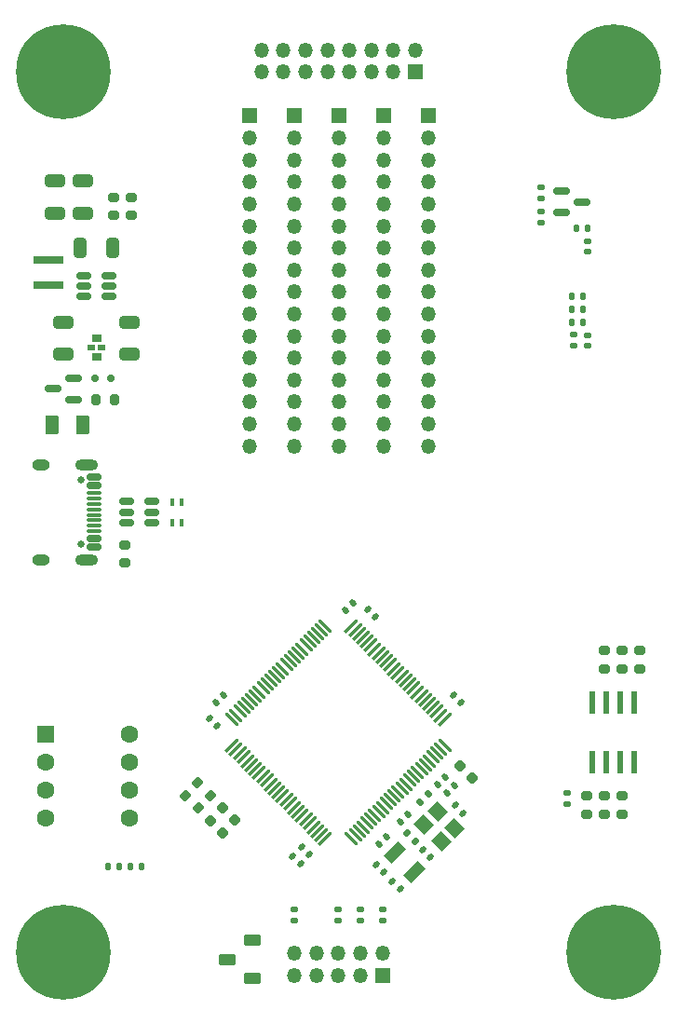
<source format=gbr>
%TF.GenerationSoftware,KiCad,Pcbnew,8.0.1*%
%TF.CreationDate,2024-05-16T13:17:23+02:00*%
%TF.ProjectId,STM32H7B0_devboard,53544d33-3248-4374-9230-5f646576626f,rev?*%
%TF.SameCoordinates,Original*%
%TF.FileFunction,Soldermask,Top*%
%TF.FilePolarity,Negative*%
%FSLAX46Y46*%
G04 Gerber Fmt 4.6, Leading zero omitted, Abs format (unit mm)*
G04 Created by KiCad (PCBNEW 8.0.1) date 2024-05-16 13:17:23*
%MOMM*%
%LPD*%
G01*
G04 APERTURE LIST*
G04 Aperture macros list*
%AMRoundRect*
0 Rectangle with rounded corners*
0 $1 Rounding radius*
0 $2 $3 $4 $5 $6 $7 $8 $9 X,Y pos of 4 corners*
0 Add a 4 corners polygon primitive as box body*
4,1,4,$2,$3,$4,$5,$6,$7,$8,$9,$2,$3,0*
0 Add four circle primitives for the rounded corners*
1,1,$1+$1,$2,$3*
1,1,$1+$1,$4,$5*
1,1,$1+$1,$6,$7*
1,1,$1+$1,$8,$9*
0 Add four rect primitives between the rounded corners*
20,1,$1+$1,$2,$3,$4,$5,0*
20,1,$1+$1,$4,$5,$6,$7,0*
20,1,$1+$1,$6,$7,$8,$9,0*
20,1,$1+$1,$8,$9,$2,$3,0*%
%AMRotRect*
0 Rectangle, with rotation*
0 The origin of the aperture is its center*
0 $1 length*
0 $2 width*
0 $3 Rotation angle, in degrees counterclockwise*
0 Add horizontal line*
21,1,$1,$2,0,0,$3*%
G04 Aperture macros list end*
%ADD10C,0.900000*%
%ADD11C,8.600000*%
%ADD12RoundRect,0.200000X0.275000X-0.200000X0.275000X0.200000X-0.275000X0.200000X-0.275000X-0.200000X0*%
%ADD13RoundRect,0.150000X0.587500X0.150000X-0.587500X0.150000X-0.587500X-0.150000X0.587500X-0.150000X0*%
%ADD14RoundRect,0.135000X0.135000X0.185000X-0.135000X0.185000X-0.135000X-0.185000X0.135000X-0.185000X0*%
%ADD15R,0.600000X2.000000*%
%ADD16R,1.350000X1.350000*%
%ADD17O,1.350000X1.350000*%
%ADD18C,0.650000*%
%ADD19RoundRect,0.150000X-0.500000X0.150000X-0.500000X-0.150000X0.500000X-0.150000X0.500000X0.150000X0*%
%ADD20RoundRect,0.075000X-0.575000X0.075000X-0.575000X-0.075000X0.575000X-0.075000X0.575000X0.075000X0*%
%ADD21O,2.100000X1.000000*%
%ADD22O,1.600000X1.000000*%
%ADD23RoundRect,0.150000X-0.512500X-0.150000X0.512500X-0.150000X0.512500X0.150000X-0.512500X0.150000X0*%
%ADD24RoundRect,0.135000X-0.226274X-0.035355X-0.035355X-0.226274X0.226274X0.035355X0.035355X0.226274X0*%
%ADD25RoundRect,0.250000X-0.650000X0.325000X-0.650000X-0.325000X0.650000X-0.325000X0.650000X0.325000X0*%
%ADD26R,2.700000X0.800000*%
%ADD27RoundRect,0.135000X-0.135000X-0.185000X0.135000X-0.185000X0.135000X0.185000X-0.135000X0.185000X0*%
%ADD28RoundRect,0.250000X0.550000X-0.250000X0.550000X0.250000X-0.550000X0.250000X-0.550000X-0.250000X0*%
%ADD29RoundRect,0.135000X-0.185000X0.135000X-0.185000X-0.135000X0.185000X-0.135000X0.185000X0.135000X0*%
%ADD30RoundRect,0.218750X-0.335876X-0.026517X-0.026517X-0.335876X0.335876X0.026517X0.026517X0.335876X0*%
%ADD31R,0.889000X0.711200*%
%ADD32R,0.660400X0.508000*%
%ADD33RoundRect,0.135000X0.185000X-0.135000X0.185000X0.135000X-0.185000X0.135000X-0.185000X-0.135000X0*%
%ADD34RoundRect,0.150000X-0.587500X-0.150000X0.587500X-0.150000X0.587500X0.150000X-0.587500X0.150000X0*%
%ADD35RoundRect,0.150000X0.150000X0.200000X-0.150000X0.200000X-0.150000X-0.200000X0.150000X-0.200000X0*%
%ADD36RoundRect,0.200000X-0.275000X0.200000X-0.275000X-0.200000X0.275000X-0.200000X0.275000X0.200000X0*%
%ADD37RoundRect,0.140000X-0.021213X0.219203X-0.219203X0.021213X0.021213X-0.219203X0.219203X-0.021213X0*%
%ADD38RoundRect,0.200000X0.335876X0.053033X0.053033X0.335876X-0.335876X-0.053033X-0.053033X-0.335876X0*%
%ADD39RoundRect,0.140000X0.219203X0.021213X0.021213X0.219203X-0.219203X-0.021213X-0.021213X-0.219203X0*%
%ADD40RoundRect,0.200000X-0.335876X-0.053033X-0.053033X-0.335876X0.335876X0.053033X0.053033X0.335876X0*%
%ADD41RoundRect,0.200000X-0.200000X-0.275000X0.200000X-0.275000X0.200000X0.275000X-0.200000X0.275000X0*%
%ADD42RoundRect,0.250000X0.650000X-0.325000X0.650000X0.325000X-0.650000X0.325000X-0.650000X-0.325000X0*%
%ADD43R,0.406400X0.762000*%
%ADD44RoundRect,0.140000X0.021213X-0.219203X0.219203X-0.021213X-0.021213X0.219203X-0.219203X0.021213X0*%
%ADD45RoundRect,0.140000X-0.219203X-0.021213X-0.021213X-0.219203X0.219203X0.021213X0.021213X0.219203X0*%
%ADD46RoundRect,0.250000X0.375000X0.625000X-0.375000X0.625000X-0.375000X-0.625000X0.375000X-0.625000X0*%
%ADD47R,1.600000X1.600000*%
%ADD48C,1.600000*%
%ADD49RoundRect,0.140000X-0.170000X0.140000X-0.170000X-0.140000X0.170000X-0.140000X0.170000X0.140000X0*%
%ADD50RoundRect,0.250000X-0.325000X-0.650000X0.325000X-0.650000X0.325000X0.650000X-0.325000X0.650000X0*%
%ADD51RotRect,1.000000X1.800000X135.000000*%
%ADD52RoundRect,0.075000X0.565685X-0.459619X-0.459619X0.565685X-0.565685X0.459619X0.459619X-0.565685X0*%
%ADD53RoundRect,0.075000X0.565685X0.459619X0.459619X0.565685X-0.565685X-0.459619X-0.459619X-0.565685X0*%
%ADD54RotRect,1.400000X1.200000X315.000000*%
%ADD55RoundRect,0.135000X0.035355X-0.226274X0.226274X-0.035355X-0.035355X0.226274X-0.226274X0.035355X0*%
G04 APERTURE END LIST*
D10*
%TO.C,H4*%
X166775000Y-120000000D03*
X167719581Y-117719581D03*
X167719581Y-122280419D03*
X170000000Y-116775000D03*
D11*
X170000000Y-120000000D03*
D10*
X170000000Y-123225000D03*
X172280419Y-117719581D03*
X172280419Y-122280419D03*
X173225000Y-120000000D03*
%TD*%
D12*
%TO.C,R26*%
X169200000Y-94225001D03*
X169200000Y-92575001D03*
%TD*%
D13*
%TO.C,Q2*%
X120937500Y-69750000D03*
X120937500Y-67850000D03*
X119062499Y-68800000D03*
%TD*%
D14*
%TO.C,R10*%
X125109999Y-112200000D03*
X124090001Y-112200000D03*
%TD*%
D15*
%TO.C,U3*%
X168095001Y-102725000D03*
X169365000Y-102725000D03*
X170635000Y-102725000D03*
X171904999Y-102725000D03*
X171904999Y-97275000D03*
X170635000Y-97275000D03*
X169365000Y-97275000D03*
X168095001Y-97275000D03*
%TD*%
D16*
%TO.C,J4*%
X136940000Y-44000000D03*
D17*
X136940000Y-46000000D03*
X136940000Y-48000000D03*
X136940000Y-50000000D03*
X136940000Y-52000000D03*
X136940000Y-54000000D03*
X136940000Y-56000000D03*
X136940000Y-58000000D03*
X136940000Y-60000000D03*
X136940000Y-62000000D03*
X136940000Y-64000000D03*
X136940000Y-66000000D03*
X136940000Y-68000000D03*
X136940000Y-70000000D03*
X136940000Y-72000000D03*
X136940000Y-74000000D03*
%TD*%
D18*
%TO.C,J3*%
X121605000Y-77110000D03*
X121605000Y-82890000D03*
D19*
X122745000Y-76800000D03*
X122745000Y-77600000D03*
D20*
X122744999Y-78750000D03*
X122745000Y-79750000D03*
X122745000Y-80250000D03*
X122744999Y-81250000D03*
D19*
X122745000Y-82400000D03*
X122745000Y-83200000D03*
X122745000Y-83200000D03*
X122745000Y-82400000D03*
D20*
X122745000Y-81750000D03*
X122745000Y-80750000D03*
X122745000Y-79250000D03*
X122745000Y-78250000D03*
D19*
X122745000Y-77600000D03*
X122745000Y-76800000D03*
D21*
X122105000Y-75680000D03*
D22*
X117925000Y-75680000D03*
D21*
X122105000Y-84320000D03*
D22*
X117925000Y-84320000D03*
%TD*%
D23*
%TO.C,U4*%
X121862500Y-58500002D03*
X121862500Y-59450001D03*
X121862500Y-60400000D03*
X124137500Y-60400000D03*
X124137500Y-59450001D03*
X124137500Y-58500002D03*
%TD*%
D24*
%TO.C,R2*%
X151239376Y-109200000D03*
X151960624Y-109921248D03*
%TD*%
D25*
%TO.C,C19*%
X120000000Y-62724999D03*
X120000000Y-65675001D03*
%TD*%
D26*
%TO.C,L2*%
X118600000Y-59350000D03*
X118600000Y-57050000D03*
%TD*%
D27*
%TO.C,R18*%
X166207252Y-62800000D03*
X167227250Y-62800000D03*
%TD*%
D28*
%TO.C,SW1*%
X137200000Y-122400000D03*
X134900000Y-120650000D03*
X137200000Y-118900000D03*
%TD*%
D29*
%TO.C,R16*%
X166427250Y-63890001D03*
X166427250Y-64909999D03*
%TD*%
D30*
%TO.C,L1*%
X156043153Y-103043153D03*
X157156847Y-104156847D03*
%TD*%
D31*
%TO.C,C18*%
X123000000Y-65901800D03*
D32*
X122530101Y-65050900D03*
D31*
X123000000Y-64200000D03*
D32*
X123469899Y-65050900D03*
%TD*%
D27*
%TO.C,R9*%
X126090001Y-112200000D03*
X127109999Y-112200000D03*
%TD*%
D33*
%TO.C,R13*%
X163427250Y-51509999D03*
X163427250Y-50490001D03*
%TD*%
D34*
%TO.C,Q1*%
X165289750Y-50850000D03*
X165289750Y-52750000D03*
X167164751Y-51800000D03*
%TD*%
D10*
%TO.C,H1*%
X116775000Y-40000000D03*
X117719581Y-37719581D03*
X117719581Y-42280419D03*
X120000000Y-36775000D03*
D11*
X120000000Y-40000000D03*
D10*
X120000000Y-43225000D03*
X122280419Y-37719581D03*
X122280419Y-42280419D03*
X123225000Y-40000000D03*
%TD*%
D35*
%TO.C,D3*%
X122900000Y-67800000D03*
X124300000Y-67800000D03*
%TD*%
D36*
%TO.C,R21*%
X126200000Y-51375000D03*
X126200000Y-53025000D03*
%TD*%
D37*
%TO.C,C7*%
X151339411Y-107460589D03*
X150660589Y-108139411D03*
%TD*%
D12*
%TO.C,R22*%
X125560000Y-84625000D03*
X125560000Y-82975000D03*
%TD*%
D38*
%TO.C,R1*%
X133383363Y-105783363D03*
X132216637Y-104616637D03*
%TD*%
D30*
%TO.C,D1*%
X134488217Y-106888217D03*
X135601911Y-108001911D03*
%TD*%
D33*
%TO.C,R6*%
X147000000Y-117099997D03*
X147000000Y-116079999D03*
%TD*%
D37*
%TO.C,C17*%
X154739411Y-104060589D03*
X154060589Y-104739411D03*
%TD*%
D39*
%TO.C,C9*%
X150600000Y-114200000D03*
X149921178Y-113521178D03*
%TD*%
%TO.C,C1*%
X141539411Y-111939411D03*
X140860589Y-111260589D03*
%TD*%
D40*
%TO.C,R4*%
X131085267Y-105748007D03*
X132251993Y-106914733D03*
%TD*%
D41*
%TO.C,R19*%
X122975000Y-69800000D03*
X124625000Y-69800000D03*
%TD*%
D16*
%TO.C,J1*%
X149000000Y-122099998D03*
D17*
X149000000Y-120099997D03*
X146999999Y-122099998D03*
X147000000Y-120099998D03*
X145000000Y-122099998D03*
X144999999Y-120099998D03*
X143000000Y-122099998D03*
X143000000Y-120099998D03*
X141000000Y-122099998D03*
X141000000Y-120099998D03*
%TD*%
D12*
%TO.C,R27*%
X170800000Y-94225001D03*
X170800000Y-92575001D03*
%TD*%
D42*
%TO.C,C22*%
X119200000Y-52875001D03*
X119200000Y-49924999D03*
%TD*%
D43*
%TO.C,FL1*%
X130703900Y-79075001D03*
X129891100Y-79075001D03*
X129891100Y-80924999D03*
X130703900Y-80924999D03*
%TD*%
D39*
%TO.C,C11*%
X156339411Y-107339411D03*
X155660589Y-106660589D03*
%TD*%
D44*
%TO.C,C5*%
X145660589Y-88939411D03*
X146339411Y-88260589D03*
%TD*%
D16*
%TO.C,J9*%
X152000000Y-40000000D03*
D17*
X152000000Y-37999999D03*
X149999999Y-40000000D03*
X150000000Y-38000000D03*
X148000000Y-40000000D03*
X147999999Y-38000000D03*
X146000000Y-40000000D03*
X146000000Y-38000000D03*
X144000000Y-40000000D03*
X144000000Y-38000000D03*
X142000000Y-40000000D03*
X142000000Y-38000000D03*
X140000001Y-40000000D03*
X140000000Y-38000000D03*
X138000000Y-40000000D03*
X138000001Y-38000000D03*
%TD*%
D25*
%TO.C,C20*%
X126000000Y-62724999D03*
X126000000Y-65675001D03*
%TD*%
D45*
%TO.C,C8*%
X148460589Y-112060589D03*
X149139411Y-112739411D03*
%TD*%
D27*
%TO.C,R12*%
X166627250Y-54200000D03*
X167647248Y-54200000D03*
%TD*%
D16*
%TO.C,J5*%
X140990000Y-44000000D03*
D17*
X140990000Y-46000000D03*
X140990000Y-48000000D03*
X140990000Y-50000000D03*
X140990000Y-52000000D03*
X140990000Y-54000000D03*
X140990000Y-56000000D03*
X140990000Y-58000000D03*
X140990000Y-60000000D03*
X140990000Y-62000000D03*
X140990000Y-64000000D03*
X140990000Y-66000000D03*
X140990000Y-68000000D03*
X140990000Y-70000000D03*
X140990000Y-72000000D03*
X140990000Y-74000000D03*
%TD*%
D46*
%TO.C,F1*%
X121799999Y-72100000D03*
X119000001Y-72100000D03*
%TD*%
D42*
%TO.C,C23*%
X121800000Y-52875001D03*
X121800000Y-49924999D03*
%TD*%
D37*
%TO.C,C2*%
X149339411Y-109460589D03*
X148660589Y-110139411D03*
%TD*%
D47*
%TO.C,J2*%
X118390000Y-100190000D03*
D48*
X118390000Y-102730000D03*
X118390000Y-105270000D03*
X118390000Y-107810000D03*
X126010000Y-107810000D03*
X126010000Y-105270000D03*
X126010000Y-102730000D03*
X126010000Y-100190000D03*
%TD*%
D49*
%TO.C,C14*%
X167627250Y-55400000D03*
X167627250Y-56360000D03*
%TD*%
D30*
%TO.C,D2*%
X133356847Y-108019587D03*
X134470541Y-109133281D03*
%TD*%
D50*
%TO.C,C21*%
X121525000Y-56000000D03*
X124475000Y-56000000D03*
%TD*%
D10*
%TO.C,H3*%
X116775000Y-120000000D03*
X117719581Y-117719581D03*
X117719581Y-122280419D03*
X120000000Y-116775000D03*
D11*
X120000000Y-120000000D03*
D10*
X120000000Y-123225000D03*
X122280419Y-117719581D03*
X122280419Y-122280419D03*
X123225000Y-120000000D03*
%TD*%
D12*
%TO.C,R24*%
X169199999Y-107450000D03*
X169199999Y-105800000D03*
%TD*%
D39*
%TO.C,C12*%
X148339411Y-89539411D03*
X147660589Y-88860589D03*
%TD*%
D36*
%TO.C,R20*%
X124600000Y-51375000D03*
X124600000Y-53025000D03*
%TD*%
D12*
%TO.C,R28*%
X172399999Y-94250000D03*
X172399999Y-92600000D03*
%TD*%
D27*
%TO.C,R15*%
X166207252Y-60400000D03*
X167227250Y-60400000D03*
%TD*%
D51*
%TO.C,Y1*%
X150116117Y-110916117D03*
X151883883Y-112683883D03*
%TD*%
D12*
%TO.C,R25*%
X170800000Y-107425000D03*
X170800000Y-105775000D03*
%TD*%
D52*
%TO.C,U1*%
X146184404Y-109669685D03*
X146537957Y-109316132D03*
X146891511Y-108962578D03*
X147245064Y-108609025D03*
X147598617Y-108255472D03*
X147952171Y-107901918D03*
X148305724Y-107548365D03*
X148659278Y-107194811D03*
X149012831Y-106841258D03*
X149366384Y-106487705D03*
X149719938Y-106134151D03*
X150073491Y-105780598D03*
X150427045Y-105427045D03*
X150780598Y-105073491D03*
X151134151Y-104719938D03*
X151487705Y-104366384D03*
X151841258Y-104012831D03*
X152194811Y-103659278D03*
X152548365Y-103305724D03*
X152901918Y-102952171D03*
X153255472Y-102598617D03*
X153609025Y-102245064D03*
X153962578Y-101891511D03*
X154316132Y-101537957D03*
X154669685Y-101184404D03*
D53*
X154669685Y-98815596D03*
X154316132Y-98462043D03*
X153962578Y-98108489D03*
X153609025Y-97754936D03*
X153255472Y-97401383D03*
X152901918Y-97047829D03*
X152548365Y-96694276D03*
X152194811Y-96340722D03*
X151841258Y-95987169D03*
X151487705Y-95633616D03*
X151134151Y-95280062D03*
X150780598Y-94926509D03*
X150427045Y-94572955D03*
X150073491Y-94219402D03*
X149719938Y-93865849D03*
X149366384Y-93512295D03*
X149012831Y-93158742D03*
X148659278Y-92805189D03*
X148305724Y-92451635D03*
X147952171Y-92098082D03*
X147598617Y-91744528D03*
X147245064Y-91390975D03*
X146891511Y-91037422D03*
X146537957Y-90683868D03*
X146184404Y-90330315D03*
D52*
X143815596Y-90330315D03*
X143462043Y-90683868D03*
X143108489Y-91037422D03*
X142754936Y-91390975D03*
X142401383Y-91744528D03*
X142047829Y-92098082D03*
X141694276Y-92451635D03*
X141340722Y-92805189D03*
X140987169Y-93158742D03*
X140633616Y-93512295D03*
X140280062Y-93865849D03*
X139926509Y-94219402D03*
X139572955Y-94572955D03*
X139219402Y-94926509D03*
X138865849Y-95280062D03*
X138512295Y-95633616D03*
X138158742Y-95987169D03*
X137805189Y-96340722D03*
X137451635Y-96694276D03*
X137098082Y-97047829D03*
X136744528Y-97401383D03*
X136390975Y-97754936D03*
X136037422Y-98108489D03*
X135683868Y-98462043D03*
X135330315Y-98815596D03*
D53*
X135330315Y-101184404D03*
X135683868Y-101537957D03*
X136037422Y-101891511D03*
X136390975Y-102245064D03*
X136744528Y-102598617D03*
X137098082Y-102952171D03*
X137451635Y-103305724D03*
X137805189Y-103659278D03*
X138158742Y-104012831D03*
X138512295Y-104366384D03*
X138865849Y-104719938D03*
X139219402Y-105073491D03*
X139572955Y-105427045D03*
X139926509Y-105780598D03*
X140280062Y-106134151D03*
X140633616Y-106487705D03*
X140987169Y-106841258D03*
X141340722Y-107194811D03*
X141694276Y-107548365D03*
X142047829Y-107901918D03*
X142401383Y-108255472D03*
X142754936Y-108609025D03*
X143108489Y-108962578D03*
X143462043Y-109316132D03*
X143815596Y-109669685D03*
%TD*%
D37*
%TO.C,C13*%
X134539411Y-96660589D03*
X133860589Y-97339411D03*
%TD*%
%TO.C,C16*%
X155539411Y-104860589D03*
X154860589Y-105539411D03*
%TD*%
D33*
%TO.C,R7*%
X145000000Y-117099998D03*
X145000000Y-116080000D03*
%TD*%
D12*
%TO.C,R23*%
X167599999Y-107425000D03*
X167599999Y-105775000D03*
%TD*%
D16*
%TO.C,J8*%
X153140000Y-44000000D03*
D17*
X153140000Y-46000000D03*
X153140000Y-48000000D03*
X153140000Y-50000000D03*
X153140000Y-52000000D03*
X153140000Y-54000000D03*
X153140000Y-56000000D03*
X153140000Y-58000000D03*
X153140000Y-60000000D03*
X153140000Y-62000000D03*
X153140000Y-64000000D03*
X153140000Y-66000000D03*
X153140000Y-68000000D03*
X153140000Y-70000000D03*
X153140000Y-72000000D03*
X153140000Y-74000000D03*
%TD*%
D45*
%TO.C,C6*%
X155460589Y-96660589D03*
X156139411Y-97339411D03*
%TD*%
D54*
%TO.C,Y2*%
X152797919Y-108402081D03*
X154353554Y-109957716D03*
X155555635Y-108755635D03*
X154000000Y-107200000D03*
%TD*%
D49*
%TO.C,C15*%
X167627250Y-63920000D03*
X167627250Y-64880000D03*
%TD*%
D16*
%TO.C,J6*%
X145040000Y-44000000D03*
D17*
X145040000Y-46000000D03*
X145040000Y-48000000D03*
X145040000Y-50000000D03*
X145040000Y-52000000D03*
X145040000Y-54000000D03*
X145040000Y-56000000D03*
X145040000Y-58000000D03*
X145040000Y-60000000D03*
X145040000Y-62000000D03*
X145040000Y-64000000D03*
X145040000Y-66000000D03*
X145040000Y-68000000D03*
X145040000Y-70000000D03*
X145040000Y-72000000D03*
X145040000Y-74000000D03*
%TD*%
D33*
%TO.C,R8*%
X141000000Y-117099998D03*
X141000000Y-116080000D03*
%TD*%
D23*
%TO.C,U5*%
X125760000Y-79050001D03*
X125760000Y-80000000D03*
X125760000Y-80949999D03*
X128035000Y-80949999D03*
X128035000Y-80000000D03*
X128035000Y-79050001D03*
%TD*%
D33*
%TO.C,R11*%
X165800000Y-106509999D03*
X165800000Y-105490001D03*
%TD*%
D16*
%TO.C,J7*%
X149090000Y-44000000D03*
D17*
X149090000Y-46000000D03*
X149090000Y-48000000D03*
X149090000Y-50000000D03*
X149090000Y-52000000D03*
X149090000Y-54000000D03*
X149090000Y-56000000D03*
X149090000Y-58000000D03*
X149090000Y-60000000D03*
X149090000Y-62000000D03*
X149090000Y-64000000D03*
X149090000Y-66000000D03*
X149090000Y-68000000D03*
X149090000Y-70000000D03*
X149090000Y-72000000D03*
X149090000Y-74000000D03*
%TD*%
D39*
%TO.C,C3*%
X142339411Y-111139411D03*
X141660589Y-110460589D03*
%TD*%
D10*
%TO.C,H2*%
X166775000Y-40000000D03*
X167719581Y-37719581D03*
X167719581Y-42280419D03*
X170000000Y-36775000D03*
D11*
X170000000Y-40000000D03*
D10*
X170000000Y-43225000D03*
X172280419Y-37719581D03*
X172280419Y-42280419D03*
X173225000Y-40000000D03*
%TD*%
D33*
%TO.C,R5*%
X149000000Y-117099998D03*
X149000000Y-116080000D03*
%TD*%
%TO.C,R14*%
X163427250Y-53709999D03*
X163427250Y-52690001D03*
%TD*%
D39*
%TO.C,C4*%
X133939411Y-99400000D03*
X133260589Y-98721178D03*
%TD*%
D14*
%TO.C,R17*%
X167227250Y-61600000D03*
X166207252Y-61600000D03*
%TD*%
D55*
%TO.C,R3*%
X152439376Y-106360624D03*
X153160624Y-105639376D03*
%TD*%
D45*
%TO.C,C10*%
X152660589Y-110660589D03*
X153339411Y-111339411D03*
%TD*%
M02*

</source>
